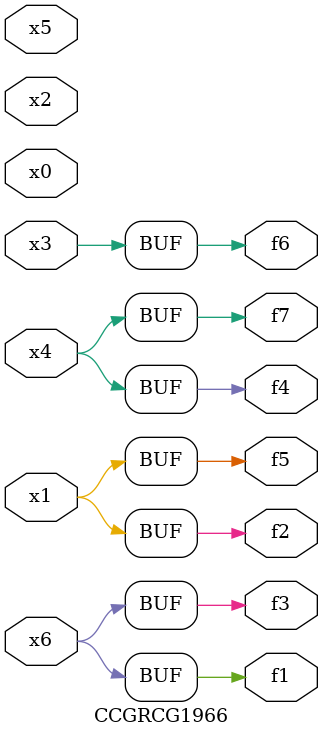
<source format=v>
module CCGRCG1966(
	input x0, x1, x2, x3, x4, x5, x6,
	output f1, f2, f3, f4, f5, f6, f7
);
	assign f1 = x6;
	assign f2 = x1;
	assign f3 = x6;
	assign f4 = x4;
	assign f5 = x1;
	assign f6 = x3;
	assign f7 = x4;
endmodule

</source>
